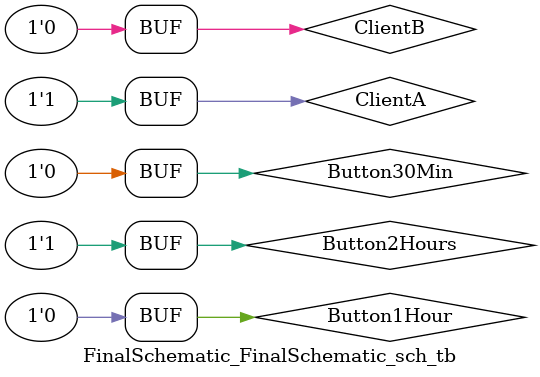
<source format=v>

`timescale 1ns / 1ps

module FinalSchematic_FinalSchematic_sch_tb();

// Inputs
   reg ClientA;
   reg Button2Hours;
   reg Button30Min;
   reg Button1Hour;
   reg ClientB;

// Output
   wire [44:0] StudentNumbers;
   wire P;
   wire [3:0] D;
   wire [4:0] ValueToPay;

// Bidirs

// Instantiate the UUT
   FinalSchematic UUT (
		.ClientA(ClientA), 
		.Button2Hours(Button2Hours), 
		.Button30Min(Button30Min), 
		.Button1Hour(Button1Hour), 
		.ClientB(ClientB), 
		.StudentNumbers(StudentNumbers), 
		.P(P), 
		.D(D), 
		.ValueToPay(ValueToPay)
   );
// Initialize Inputs
   `ifdef auto_init
       initial begin
		ClientA = 0;
		Button2Hours = 0;
		Button30Min = 0;
		Button1Hour = 0;
		ClientB = 0;
   `endif
	
	
	initial begin
	ClientA = 0;
	Button2Hours = 0;
	Button30Min = 0;
	Button1Hour = 0;
	ClientB = 0;
	
	#50
	ClientA = 1;
	ClientB = 0;
	Button2Hours = 1;
	
	end

	
endmodule

</source>
